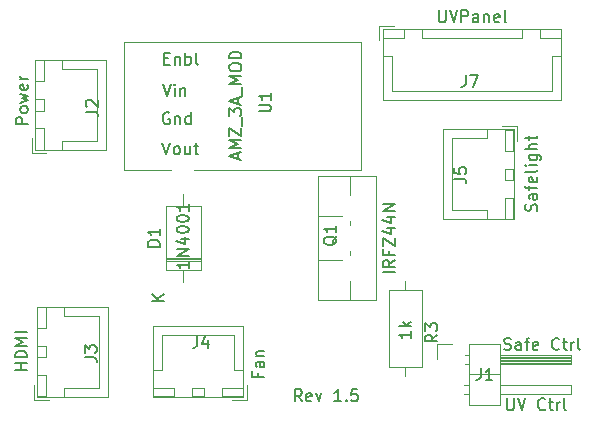
<source format=gbr>
%TF.GenerationSoftware,KiCad,Pcbnew,(5.1.8-0-10_14)*%
%TF.CreationDate,2022-01-02T22:10:03-05:00*%
%TF.ProjectId,Exposure-control,4578706f-7375-4726-952d-636f6e74726f,rev?*%
%TF.SameCoordinates,PX97fa40PY44b2ea0*%
%TF.FileFunction,Legend,Top*%
%TF.FilePolarity,Positive*%
%FSLAX46Y46*%
G04 Gerber Fmt 4.6, Leading zero omitted, Abs format (unit mm)*
G04 Created by KiCad (PCBNEW (5.1.8-0-10_14)) date 2022-01-02 22:10:03*
%MOMM*%
%LPD*%
G01*
G04 APERTURE LIST*
%ADD10C,0.150000*%
%ADD11C,0.120000*%
%ADD12O,2.000000X1.905000*%
%ADD13R,2.000000X1.905000*%
%ADD14O,1.700000X1.700000*%
%ADD15R,1.700000X1.700000*%
%ADD16O,2.000000X1.700000*%
%ADD17O,1.700000X2.000000*%
%ADD18O,1.700000X1.950000*%
%ADD19R,1.524000X1.524000*%
%ADD20O,2.200000X2.200000*%
%ADD21R,2.200000X2.200000*%
%ADD22C,1.600000*%
%ADD23O,1.600000X1.600000*%
G04 APERTURE END LIST*
D10*
X43159523Y5745239D02*
X43302380Y5697620D01*
X43540476Y5697620D01*
X43635714Y5745239D01*
X43683333Y5792858D01*
X43730952Y5888096D01*
X43730952Y5983334D01*
X43683333Y6078572D01*
X43635714Y6126191D01*
X43540476Y6173810D01*
X43350000Y6221429D01*
X43254761Y6269048D01*
X43207142Y6316667D01*
X43159523Y6411905D01*
X43159523Y6507143D01*
X43207142Y6602381D01*
X43254761Y6650000D01*
X43350000Y6697620D01*
X43588095Y6697620D01*
X43730952Y6650000D01*
X44588095Y5697620D02*
X44588095Y6221429D01*
X44540476Y6316667D01*
X44445238Y6364286D01*
X44254761Y6364286D01*
X44159523Y6316667D01*
X44588095Y5745239D02*
X44492857Y5697620D01*
X44254761Y5697620D01*
X44159523Y5745239D01*
X44111904Y5840477D01*
X44111904Y5935715D01*
X44159523Y6030953D01*
X44254761Y6078572D01*
X44492857Y6078572D01*
X44588095Y6126191D01*
X44921428Y6364286D02*
X45302380Y6364286D01*
X45064285Y5697620D02*
X45064285Y6554762D01*
X45111904Y6650000D01*
X45207142Y6697620D01*
X45302380Y6697620D01*
X46016666Y5745239D02*
X45921428Y5697620D01*
X45730952Y5697620D01*
X45635714Y5745239D01*
X45588095Y5840477D01*
X45588095Y6221429D01*
X45635714Y6316667D01*
X45730952Y6364286D01*
X45921428Y6364286D01*
X46016666Y6316667D01*
X46064285Y6221429D01*
X46064285Y6126191D01*
X45588095Y6030953D01*
X47826190Y5792858D02*
X47778571Y5745239D01*
X47635714Y5697620D01*
X47540476Y5697620D01*
X47397619Y5745239D01*
X47302380Y5840477D01*
X47254761Y5935715D01*
X47207142Y6126191D01*
X47207142Y6269048D01*
X47254761Y6459524D01*
X47302380Y6554762D01*
X47397619Y6650000D01*
X47540476Y6697620D01*
X47635714Y6697620D01*
X47778571Y6650000D01*
X47826190Y6602381D01*
X48111904Y6364286D02*
X48492857Y6364286D01*
X48254761Y6697620D02*
X48254761Y5840477D01*
X48302380Y5745239D01*
X48397619Y5697620D01*
X48492857Y5697620D01*
X48826190Y5697620D02*
X48826190Y6364286D01*
X48826190Y6173810D02*
X48873809Y6269048D01*
X48921428Y6316667D01*
X49016666Y6364286D01*
X49111904Y6364286D01*
X49588095Y5697620D02*
X49492857Y5745239D01*
X49445238Y5840477D01*
X49445238Y6697620D01*
X43397619Y1597620D02*
X43397619Y788096D01*
X43445238Y692858D01*
X43492857Y645239D01*
X43588095Y597620D01*
X43778571Y597620D01*
X43873809Y645239D01*
X43921428Y692858D01*
X43969047Y788096D01*
X43969047Y1597620D01*
X44302380Y1597620D02*
X44635714Y597620D01*
X44969047Y1597620D01*
X46635714Y692858D02*
X46588095Y645239D01*
X46445238Y597620D01*
X46349999Y597620D01*
X46207142Y645239D01*
X46111904Y740477D01*
X46064285Y835715D01*
X46016666Y1026191D01*
X46016666Y1169048D01*
X46064285Y1359524D01*
X46111904Y1454762D01*
X46207142Y1550000D01*
X46349999Y1597620D01*
X46445238Y1597620D01*
X46588095Y1550000D01*
X46635714Y1502381D01*
X46921428Y1264286D02*
X47302380Y1264286D01*
X47064285Y1597620D02*
X47064285Y740477D01*
X47111904Y645239D01*
X47207142Y597620D01*
X47302380Y597620D01*
X47635714Y597620D02*
X47635714Y1264286D01*
X47635714Y1073810D02*
X47683333Y1169048D01*
X47730952Y1216667D01*
X47826190Y1264286D01*
X47921428Y1264286D01*
X48397619Y597620D02*
X48302380Y645239D01*
X48254761Y740477D01*
X48254761Y1597620D01*
X26028571Y1347620D02*
X25695238Y1823810D01*
X25457142Y1347620D02*
X25457142Y2347620D01*
X25838095Y2347620D01*
X25933333Y2300000D01*
X25980952Y2252381D01*
X26028571Y2157143D01*
X26028571Y2014286D01*
X25980952Y1919048D01*
X25933333Y1871429D01*
X25838095Y1823810D01*
X25457142Y1823810D01*
X26838095Y1395239D02*
X26742857Y1347620D01*
X26552380Y1347620D01*
X26457142Y1395239D01*
X26409523Y1490477D01*
X26409523Y1871429D01*
X26457142Y1966667D01*
X26552380Y2014286D01*
X26742857Y2014286D01*
X26838095Y1966667D01*
X26885714Y1871429D01*
X26885714Y1776191D01*
X26409523Y1680953D01*
X27219047Y2014286D02*
X27457142Y1347620D01*
X27695238Y2014286D01*
X29361904Y1347620D02*
X28790476Y1347620D01*
X29076190Y1347620D02*
X29076190Y2347620D01*
X28980952Y2204762D01*
X28885714Y2109524D01*
X28790476Y2061905D01*
X29790476Y1442858D02*
X29838095Y1395239D01*
X29790476Y1347620D01*
X29742857Y1395239D01*
X29790476Y1442858D01*
X29790476Y1347620D01*
X30742857Y2347620D02*
X30266666Y2347620D01*
X30219047Y1871429D01*
X30266666Y1919048D01*
X30361904Y1966667D01*
X30600000Y1966667D01*
X30695238Y1919048D01*
X30742857Y1871429D01*
X30790476Y1776191D01*
X30790476Y1538096D01*
X30742857Y1442858D01*
X30695238Y1395239D01*
X30600000Y1347620D01*
X30361904Y1347620D01*
X30266666Y1395239D01*
X30219047Y1442858D01*
D11*
%TO.C,Q1*%
X27382000Y9890000D02*
X27382000Y20390000D01*
X32323000Y9890000D02*
X32323000Y20390000D01*
X27382000Y9890000D02*
X32323000Y9890000D01*
X27382000Y20390000D02*
X32323000Y20390000D01*
X30142000Y9890000D02*
X30142000Y11497000D01*
X30142000Y13703000D02*
X30142000Y14038000D01*
X30142000Y16243000D02*
X30142000Y16578000D01*
X30142000Y18783000D02*
X30142000Y20390000D01*
X27382000Y13290000D02*
X29400000Y13290000D01*
X27382000Y16991000D02*
X29400000Y16991000D01*
%TO.C,J1*%
X40190000Y6230000D02*
X40190000Y1030000D01*
X40190000Y1030000D02*
X42850000Y1030000D01*
X42850000Y1030000D02*
X42850000Y6230000D01*
X42850000Y6230000D02*
X40190000Y6230000D01*
X42850000Y5280000D02*
X48850000Y5280000D01*
X48850000Y5280000D02*
X48850000Y4520000D01*
X48850000Y4520000D02*
X42850000Y4520000D01*
X42850000Y5220000D02*
X48850000Y5220000D01*
X42850000Y5100000D02*
X48850000Y5100000D01*
X42850000Y4980000D02*
X48850000Y4980000D01*
X42850000Y4860000D02*
X48850000Y4860000D01*
X42850000Y4740000D02*
X48850000Y4740000D01*
X42850000Y4620000D02*
X48850000Y4620000D01*
X39860000Y5280000D02*
X40190000Y5280000D01*
X39860000Y4520000D02*
X40190000Y4520000D01*
X40190000Y3630000D02*
X42850000Y3630000D01*
X42850000Y2740000D02*
X48850000Y2740000D01*
X48850000Y2740000D02*
X48850000Y1980000D01*
X48850000Y1980000D02*
X42850000Y1980000D01*
X39792929Y2740000D02*
X40190000Y2740000D01*
X39792929Y1980000D02*
X40190000Y1980000D01*
X37480000Y4900000D02*
X37480000Y6170000D01*
X37480000Y6170000D02*
X38750000Y6170000D01*
%TO.C,J5*%
X43960000Y24360000D02*
X37990000Y24360000D01*
X37990000Y24360000D02*
X37990000Y16740000D01*
X37990000Y16740000D02*
X43960000Y16740000D01*
X43960000Y16740000D02*
X43960000Y24360000D01*
X43950000Y21050000D02*
X43200000Y21050000D01*
X43200000Y21050000D02*
X43200000Y20050000D01*
X43200000Y20050000D02*
X43950000Y20050000D01*
X43950000Y20050000D02*
X43950000Y21050000D01*
X43950000Y24350000D02*
X43200000Y24350000D01*
X43200000Y24350000D02*
X43200000Y22550000D01*
X43200000Y22550000D02*
X43950000Y22550000D01*
X43950000Y22550000D02*
X43950000Y24350000D01*
X43950000Y18550000D02*
X43200000Y18550000D01*
X43200000Y18550000D02*
X43200000Y16750000D01*
X43200000Y16750000D02*
X43950000Y16750000D01*
X43950000Y16750000D02*
X43950000Y18550000D01*
X41700000Y24350000D02*
X41700000Y23600000D01*
X41700000Y23600000D02*
X38750000Y23600000D01*
X38750000Y23600000D02*
X38750000Y20550000D01*
X41700000Y16750000D02*
X41700000Y17500000D01*
X41700000Y17500000D02*
X38750000Y17500000D01*
X38750000Y17500000D02*
X38750000Y20550000D01*
X44250000Y23400000D02*
X44250000Y24650000D01*
X44250000Y24650000D02*
X43000000Y24650000D01*
%TO.C,J4*%
X21060000Y1740000D02*
X21060000Y7710000D01*
X21060000Y7710000D02*
X13440000Y7710000D01*
X13440000Y7710000D02*
X13440000Y1740000D01*
X13440000Y1740000D02*
X21060000Y1740000D01*
X17750000Y1750000D02*
X17750000Y2500000D01*
X17750000Y2500000D02*
X16750000Y2500000D01*
X16750000Y2500000D02*
X16750000Y1750000D01*
X16750000Y1750000D02*
X17750000Y1750000D01*
X21050000Y1750000D02*
X21050000Y2500000D01*
X21050000Y2500000D02*
X19250000Y2500000D01*
X19250000Y2500000D02*
X19250000Y1750000D01*
X19250000Y1750000D02*
X21050000Y1750000D01*
X15250000Y1750000D02*
X15250000Y2500000D01*
X15250000Y2500000D02*
X13450000Y2500000D01*
X13450000Y2500000D02*
X13450000Y1750000D01*
X13450000Y1750000D02*
X15250000Y1750000D01*
X21050000Y4000000D02*
X20300000Y4000000D01*
X20300000Y4000000D02*
X20300000Y6950000D01*
X20300000Y6950000D02*
X17250000Y6950000D01*
X13450000Y4000000D02*
X14200000Y4000000D01*
X14200000Y4000000D02*
X14200000Y6950000D01*
X14200000Y6950000D02*
X17250000Y6950000D01*
X20100000Y1450000D02*
X21350000Y1450000D01*
X21350000Y1450000D02*
X21350000Y2700000D01*
%TO.C,J3*%
X3640000Y1740000D02*
X9610000Y1740000D01*
X9610000Y1740000D02*
X9610000Y9360000D01*
X9610000Y9360000D02*
X3640000Y9360000D01*
X3640000Y9360000D02*
X3640000Y1740000D01*
X3650000Y5050000D02*
X4400000Y5050000D01*
X4400000Y5050000D02*
X4400000Y6050000D01*
X4400000Y6050000D02*
X3650000Y6050000D01*
X3650000Y6050000D02*
X3650000Y5050000D01*
X3650000Y1750000D02*
X4400000Y1750000D01*
X4400000Y1750000D02*
X4400000Y3550000D01*
X4400000Y3550000D02*
X3650000Y3550000D01*
X3650000Y3550000D02*
X3650000Y1750000D01*
X3650000Y7550000D02*
X4400000Y7550000D01*
X4400000Y7550000D02*
X4400000Y9350000D01*
X4400000Y9350000D02*
X3650000Y9350000D01*
X3650000Y9350000D02*
X3650000Y7550000D01*
X5900000Y1750000D02*
X5900000Y2500000D01*
X5900000Y2500000D02*
X8850000Y2500000D01*
X8850000Y2500000D02*
X8850000Y5550000D01*
X5900000Y9350000D02*
X5900000Y8600000D01*
X5900000Y8600000D02*
X8850000Y8600000D01*
X8850000Y8600000D02*
X8850000Y5550000D01*
X3350000Y2700000D02*
X3350000Y1450000D01*
X3350000Y1450000D02*
X4600000Y1450000D01*
%TO.C,J2*%
X3150000Y22350000D02*
X4400000Y22350000D01*
X3150000Y23600000D02*
X3150000Y22350000D01*
X8650000Y29500000D02*
X8650000Y26450000D01*
X5700000Y29500000D02*
X8650000Y29500000D01*
X5700000Y30250000D02*
X5700000Y29500000D01*
X8650000Y23400000D02*
X8650000Y26450000D01*
X5700000Y23400000D02*
X8650000Y23400000D01*
X5700000Y22650000D02*
X5700000Y23400000D01*
X3450000Y30250000D02*
X3450000Y28450000D01*
X4200000Y30250000D02*
X3450000Y30250000D01*
X4200000Y28450000D02*
X4200000Y30250000D01*
X3450000Y28450000D02*
X4200000Y28450000D01*
X3450000Y24450000D02*
X3450000Y22650000D01*
X4200000Y24450000D02*
X3450000Y24450000D01*
X4200000Y22650000D02*
X4200000Y24450000D01*
X3450000Y22650000D02*
X4200000Y22650000D01*
X3450000Y26950000D02*
X3450000Y25950000D01*
X4200000Y26950000D02*
X3450000Y26950000D01*
X4200000Y25950000D02*
X4200000Y26950000D01*
X3450000Y25950000D02*
X4200000Y25950000D01*
X3440000Y30260000D02*
X3440000Y22640000D01*
X9410000Y30260000D02*
X3440000Y30260000D01*
X9410000Y22640000D02*
X9410000Y30260000D01*
X3440000Y22640000D02*
X9410000Y22640000D01*
%TO.C,J7*%
X32600000Y33150000D02*
X32600000Y31900000D01*
X33850000Y33150000D02*
X32600000Y33150000D01*
X47250000Y27650000D02*
X40450000Y27650000D01*
X47250000Y30600000D02*
X47250000Y27650000D01*
X48000000Y30600000D02*
X47250000Y30600000D01*
X33650000Y27650000D02*
X40450000Y27650000D01*
X33650000Y30600000D02*
X33650000Y27650000D01*
X32900000Y30600000D02*
X33650000Y30600000D01*
X48000000Y32850000D02*
X46200000Y32850000D01*
X48000000Y32100000D02*
X48000000Y32850000D01*
X46200000Y32100000D02*
X48000000Y32100000D01*
X46200000Y32850000D02*
X46200000Y32100000D01*
X34700000Y32850000D02*
X32900000Y32850000D01*
X34700000Y32100000D02*
X34700000Y32850000D01*
X32900000Y32100000D02*
X34700000Y32100000D01*
X32900000Y32850000D02*
X32900000Y32100000D01*
X44700000Y32850000D02*
X36200000Y32850000D01*
X44700000Y32100000D02*
X44700000Y32850000D01*
X36200000Y32100000D02*
X44700000Y32100000D01*
X36200000Y32850000D02*
X36200000Y32100000D01*
X48010000Y32860000D02*
X32890000Y32860000D01*
X48010000Y26890000D02*
X48010000Y32860000D01*
X32890000Y26890000D02*
X48010000Y26890000D01*
X32890000Y32860000D02*
X32890000Y26890000D01*
%TO.C,U1*%
X11000000Y20950000D02*
X11000000Y31800000D01*
X11000000Y31800000D02*
X31000000Y31800000D01*
X31000000Y31800000D02*
X31000000Y20950000D01*
X31000000Y20950000D02*
X11000000Y20950000D01*
%TO.C,D1*%
X14530000Y12460000D02*
X17470000Y12460000D01*
X17470000Y12460000D02*
X17470000Y17900000D01*
X17470000Y17900000D02*
X14530000Y17900000D01*
X14530000Y17900000D02*
X14530000Y12460000D01*
X16000000Y11440000D02*
X16000000Y12460000D01*
X16000000Y18920000D02*
X16000000Y17900000D01*
X14530000Y13360000D02*
X17470000Y13360000D01*
X14530000Y13480000D02*
X17470000Y13480000D01*
X14530000Y13240000D02*
X17470000Y13240000D01*
%TO.C,R3*%
X34800000Y11520000D02*
X34800000Y10750000D01*
X34800000Y3440000D02*
X34800000Y4210000D01*
X33430000Y10750000D02*
X33430000Y4210000D01*
X36170000Y10750000D02*
X33430000Y10750000D01*
X36170000Y4210000D02*
X36170000Y10750000D01*
X33430000Y4210000D02*
X36170000Y4210000D01*
%TO.C,Q1*%
D10*
X28997619Y15304762D02*
X28950000Y15209524D01*
X28854761Y15114286D01*
X28711904Y14971429D01*
X28664285Y14876191D01*
X28664285Y14780953D01*
X28902380Y14828572D02*
X28854761Y14733334D01*
X28759523Y14638096D01*
X28569047Y14590477D01*
X28235714Y14590477D01*
X28045238Y14638096D01*
X27950000Y14733334D01*
X27902380Y14828572D01*
X27902380Y15019048D01*
X27950000Y15114286D01*
X28045238Y15209524D01*
X28235714Y15257143D01*
X28569047Y15257143D01*
X28759523Y15209524D01*
X28854761Y15114286D01*
X28902380Y15019048D01*
X28902380Y14828572D01*
X28902380Y16209524D02*
X28902380Y15638096D01*
X28902380Y15923810D02*
X27902380Y15923810D01*
X28045238Y15828572D01*
X28140476Y15733334D01*
X28188095Y15638096D01*
X33904880Y12259048D02*
X32904880Y12259048D01*
X33904880Y13306667D02*
X33428690Y12973334D01*
X33904880Y12735239D02*
X32904880Y12735239D01*
X32904880Y13116191D01*
X32952500Y13211429D01*
X33000119Y13259048D01*
X33095357Y13306667D01*
X33238214Y13306667D01*
X33333452Y13259048D01*
X33381071Y13211429D01*
X33428690Y13116191D01*
X33428690Y12735239D01*
X33381071Y14068572D02*
X33381071Y13735239D01*
X33904880Y13735239D02*
X32904880Y13735239D01*
X32904880Y14211429D01*
X32904880Y14497143D02*
X32904880Y15163810D01*
X33904880Y14497143D01*
X33904880Y15163810D01*
X33238214Y15973334D02*
X33904880Y15973334D01*
X32857261Y15735239D02*
X33571547Y15497143D01*
X33571547Y16116191D01*
X33238214Y16925715D02*
X33904880Y16925715D01*
X32857261Y16687620D02*
X33571547Y16449524D01*
X33571547Y17068572D01*
X33904880Y17449524D02*
X32904880Y17449524D01*
X33904880Y18020953D01*
X32904880Y18020953D01*
%TO.C,J1*%
X41166666Y4147620D02*
X41166666Y3433334D01*
X41119047Y3290477D01*
X41023809Y3195239D01*
X40880952Y3147620D01*
X40785714Y3147620D01*
X42166666Y3147620D02*
X41595238Y3147620D01*
X41880952Y3147620D02*
X41880952Y4147620D01*
X41785714Y4004762D01*
X41690476Y3909524D01*
X41595238Y3861905D01*
%TO.C,J5*%
X38952380Y20166667D02*
X39666666Y20166667D01*
X39809523Y20119048D01*
X39904761Y20023810D01*
X39952380Y19880953D01*
X39952380Y19785715D01*
X38952380Y21119048D02*
X38952380Y20642858D01*
X39428571Y20595239D01*
X39380952Y20642858D01*
X39333333Y20738096D01*
X39333333Y20976191D01*
X39380952Y21071429D01*
X39428571Y21119048D01*
X39523809Y21166667D01*
X39761904Y21166667D01*
X39857142Y21119048D01*
X39904761Y21071429D01*
X39952380Y20976191D01*
X39952380Y20738096D01*
X39904761Y20642858D01*
X39857142Y20595239D01*
X45904761Y17457143D02*
X45952380Y17600000D01*
X45952380Y17838096D01*
X45904761Y17933334D01*
X45857142Y17980953D01*
X45761904Y18028572D01*
X45666666Y18028572D01*
X45571428Y17980953D01*
X45523809Y17933334D01*
X45476190Y17838096D01*
X45428571Y17647620D01*
X45380952Y17552381D01*
X45333333Y17504762D01*
X45238095Y17457143D01*
X45142857Y17457143D01*
X45047619Y17504762D01*
X45000000Y17552381D01*
X44952380Y17647620D01*
X44952380Y17885715D01*
X45000000Y18028572D01*
X45952380Y18885715D02*
X45428571Y18885715D01*
X45333333Y18838096D01*
X45285714Y18742858D01*
X45285714Y18552381D01*
X45333333Y18457143D01*
X45904761Y18885715D02*
X45952380Y18790477D01*
X45952380Y18552381D01*
X45904761Y18457143D01*
X45809523Y18409524D01*
X45714285Y18409524D01*
X45619047Y18457143D01*
X45571428Y18552381D01*
X45571428Y18790477D01*
X45523809Y18885715D01*
X45285714Y19219048D02*
X45285714Y19600000D01*
X45952380Y19361905D02*
X45095238Y19361905D01*
X45000000Y19409524D01*
X44952380Y19504762D01*
X44952380Y19600000D01*
X45904761Y20314286D02*
X45952380Y20219048D01*
X45952380Y20028572D01*
X45904761Y19933334D01*
X45809523Y19885715D01*
X45428571Y19885715D01*
X45333333Y19933334D01*
X45285714Y20028572D01*
X45285714Y20219048D01*
X45333333Y20314286D01*
X45428571Y20361905D01*
X45523809Y20361905D01*
X45619047Y19885715D01*
X45952380Y20933334D02*
X45904761Y20838096D01*
X45809523Y20790477D01*
X44952380Y20790477D01*
X45952380Y21314286D02*
X45285714Y21314286D01*
X44952380Y21314286D02*
X45000000Y21266667D01*
X45047619Y21314286D01*
X45000000Y21361905D01*
X44952380Y21314286D01*
X45047619Y21314286D01*
X45285714Y22219048D02*
X46095238Y22219048D01*
X46190476Y22171429D01*
X46238095Y22123810D01*
X46285714Y22028572D01*
X46285714Y21885715D01*
X46238095Y21790477D01*
X45904761Y22219048D02*
X45952380Y22123810D01*
X45952380Y21933334D01*
X45904761Y21838096D01*
X45857142Y21790477D01*
X45761904Y21742858D01*
X45476190Y21742858D01*
X45380952Y21790477D01*
X45333333Y21838096D01*
X45285714Y21933334D01*
X45285714Y22123810D01*
X45333333Y22219048D01*
X45952380Y22695239D02*
X44952380Y22695239D01*
X45952380Y23123810D02*
X45428571Y23123810D01*
X45333333Y23076191D01*
X45285714Y22980953D01*
X45285714Y22838096D01*
X45333333Y22742858D01*
X45380952Y22695239D01*
X45285714Y23457143D02*
X45285714Y23838096D01*
X44952380Y23600000D02*
X45809523Y23600000D01*
X45904761Y23647620D01*
X45952380Y23742858D01*
X45952380Y23838096D01*
%TO.C,J4*%
X17166666Y6847620D02*
X17166666Y6133334D01*
X17119047Y5990477D01*
X17023809Y5895239D01*
X16880952Y5847620D01*
X16785714Y5847620D01*
X18071428Y6514286D02*
X18071428Y5847620D01*
X17833333Y6895239D02*
X17595238Y6180953D01*
X18214285Y6180953D01*
X22328571Y3738096D02*
X22328571Y3404762D01*
X22852380Y3404762D02*
X21852380Y3404762D01*
X21852380Y3880953D01*
X22852380Y4690477D02*
X22328571Y4690477D01*
X22233333Y4642858D01*
X22185714Y4547620D01*
X22185714Y4357143D01*
X22233333Y4261905D01*
X22804761Y4690477D02*
X22852380Y4595239D01*
X22852380Y4357143D01*
X22804761Y4261905D01*
X22709523Y4214286D01*
X22614285Y4214286D01*
X22519047Y4261905D01*
X22471428Y4357143D01*
X22471428Y4595239D01*
X22423809Y4690477D01*
X22185714Y5166667D02*
X22852380Y5166667D01*
X22280952Y5166667D02*
X22233333Y5214286D01*
X22185714Y5309524D01*
X22185714Y5452381D01*
X22233333Y5547620D01*
X22328571Y5595239D01*
X22852380Y5595239D01*
%TO.C,J3*%
X7652380Y5066667D02*
X8366666Y5066667D01*
X8509523Y5019048D01*
X8604761Y4923810D01*
X8652380Y4780953D01*
X8652380Y4685715D01*
X7652380Y5447620D02*
X7652380Y6066667D01*
X8033333Y5733334D01*
X8033333Y5876191D01*
X8080952Y5971429D01*
X8128571Y6019048D01*
X8223809Y6066667D01*
X8461904Y6066667D01*
X8557142Y6019048D01*
X8604761Y5971429D01*
X8652380Y5876191D01*
X8652380Y5590477D01*
X8604761Y5495239D01*
X8557142Y5447620D01*
X2752380Y4004762D02*
X1752380Y4004762D01*
X2228571Y4004762D02*
X2228571Y4576191D01*
X2752380Y4576191D02*
X1752380Y4576191D01*
X2752380Y5052381D02*
X1752380Y5052381D01*
X1752380Y5290477D01*
X1800000Y5433334D01*
X1895238Y5528572D01*
X1990476Y5576191D01*
X2180952Y5623810D01*
X2323809Y5623810D01*
X2514285Y5576191D01*
X2609523Y5528572D01*
X2704761Y5433334D01*
X2752380Y5290477D01*
X2752380Y5052381D01*
X2752380Y6052381D02*
X1752380Y6052381D01*
X2466666Y6385715D01*
X1752380Y6719048D01*
X2752380Y6719048D01*
X2752380Y7195239D02*
X1752380Y7195239D01*
%TO.C,J2*%
X7752380Y25866667D02*
X8466666Y25866667D01*
X8609523Y25819048D01*
X8704761Y25723810D01*
X8752380Y25580953D01*
X8752380Y25485715D01*
X7847619Y26295239D02*
X7800000Y26342858D01*
X7752380Y26438096D01*
X7752380Y26676191D01*
X7800000Y26771429D01*
X7847619Y26819048D01*
X7942857Y26866667D01*
X8038095Y26866667D01*
X8180952Y26819048D01*
X8752380Y26247620D01*
X8752380Y26866667D01*
X2852380Y24823810D02*
X1852380Y24823810D01*
X1852380Y25204762D01*
X1900000Y25300000D01*
X1947619Y25347620D01*
X2042857Y25395239D01*
X2185714Y25395239D01*
X2280952Y25347620D01*
X2328571Y25300000D01*
X2376190Y25204762D01*
X2376190Y24823810D01*
X2852380Y25966667D02*
X2804761Y25871429D01*
X2757142Y25823810D01*
X2661904Y25776191D01*
X2376190Y25776191D01*
X2280952Y25823810D01*
X2233333Y25871429D01*
X2185714Y25966667D01*
X2185714Y26109524D01*
X2233333Y26204762D01*
X2280952Y26252381D01*
X2376190Y26300000D01*
X2661904Y26300000D01*
X2757142Y26252381D01*
X2804761Y26204762D01*
X2852380Y26109524D01*
X2852380Y25966667D01*
X2185714Y26633334D02*
X2852380Y26823810D01*
X2376190Y27014286D01*
X2852380Y27204762D01*
X2185714Y27395239D01*
X2804761Y28157143D02*
X2852380Y28061905D01*
X2852380Y27871429D01*
X2804761Y27776191D01*
X2709523Y27728572D01*
X2328571Y27728572D01*
X2233333Y27776191D01*
X2185714Y27871429D01*
X2185714Y28061905D01*
X2233333Y28157143D01*
X2328571Y28204762D01*
X2423809Y28204762D01*
X2519047Y27728572D01*
X2852380Y28633334D02*
X2185714Y28633334D01*
X2376190Y28633334D02*
X2280952Y28680953D01*
X2233333Y28728572D01*
X2185714Y28823810D01*
X2185714Y28919048D01*
%TO.C,J7*%
X39916666Y28947620D02*
X39916666Y28233334D01*
X39869047Y28090477D01*
X39773809Y27995239D01*
X39630952Y27947620D01*
X39535714Y27947620D01*
X40297619Y28947620D02*
X40964285Y28947620D01*
X40535714Y27947620D01*
X37640476Y34447620D02*
X37640476Y33638096D01*
X37688095Y33542858D01*
X37735714Y33495239D01*
X37830952Y33447620D01*
X38021428Y33447620D01*
X38116666Y33495239D01*
X38164285Y33542858D01*
X38211904Y33638096D01*
X38211904Y34447620D01*
X38545238Y34447620D02*
X38878571Y33447620D01*
X39211904Y34447620D01*
X39545238Y33447620D02*
X39545238Y34447620D01*
X39926190Y34447620D01*
X40021428Y34400000D01*
X40069047Y34352381D01*
X40116666Y34257143D01*
X40116666Y34114286D01*
X40069047Y34019048D01*
X40021428Y33971429D01*
X39926190Y33923810D01*
X39545238Y33923810D01*
X40973809Y33447620D02*
X40973809Y33971429D01*
X40926190Y34066667D01*
X40830952Y34114286D01*
X40640476Y34114286D01*
X40545238Y34066667D01*
X40973809Y33495239D02*
X40878571Y33447620D01*
X40640476Y33447620D01*
X40545238Y33495239D01*
X40497619Y33590477D01*
X40497619Y33685715D01*
X40545238Y33780953D01*
X40640476Y33828572D01*
X40878571Y33828572D01*
X40973809Y33876191D01*
X41450000Y34114286D02*
X41450000Y33447620D01*
X41450000Y34019048D02*
X41497619Y34066667D01*
X41592857Y34114286D01*
X41735714Y34114286D01*
X41830952Y34066667D01*
X41878571Y33971429D01*
X41878571Y33447620D01*
X42735714Y33495239D02*
X42640476Y33447620D01*
X42450000Y33447620D01*
X42354761Y33495239D01*
X42307142Y33590477D01*
X42307142Y33971429D01*
X42354761Y34066667D01*
X42450000Y34114286D01*
X42640476Y34114286D01*
X42735714Y34066667D01*
X42783333Y33971429D01*
X42783333Y33876191D01*
X42307142Y33780953D01*
X43354761Y33447620D02*
X43259523Y33495239D01*
X43211904Y33590477D01*
X43211904Y34447620D01*
%TO.C,U1*%
X22402380Y25888096D02*
X23211904Y25888096D01*
X23307142Y25935715D01*
X23354761Y25983334D01*
X23402380Y26078572D01*
X23402380Y26269048D01*
X23354761Y26364286D01*
X23307142Y26411905D01*
X23211904Y26459524D01*
X22402380Y26459524D01*
X23402380Y27459524D02*
X23402380Y26888096D01*
X23402380Y27173810D02*
X22402380Y27173810D01*
X22545238Y27078572D01*
X22640476Y26983334D01*
X22688095Y26888096D01*
X20616666Y21852381D02*
X20616666Y22328572D01*
X20902380Y21757143D02*
X19902380Y22090477D01*
X20902380Y22423810D01*
X20902380Y22757143D02*
X19902380Y22757143D01*
X20616666Y23090477D01*
X19902380Y23423810D01*
X20902380Y23423810D01*
X19902380Y23804762D02*
X19902380Y24471429D01*
X20902380Y23804762D01*
X20902380Y24471429D01*
X20997619Y24614286D02*
X20997619Y25376191D01*
X19902380Y25519048D02*
X19902380Y26138096D01*
X20283333Y25804762D01*
X20283333Y25947620D01*
X20330952Y26042858D01*
X20378571Y26090477D01*
X20473809Y26138096D01*
X20711904Y26138096D01*
X20807142Y26090477D01*
X20854761Y26042858D01*
X20902380Y25947620D01*
X20902380Y25661905D01*
X20854761Y25566667D01*
X20807142Y25519048D01*
X20616666Y26519048D02*
X20616666Y26995239D01*
X20902380Y26423810D02*
X19902380Y26757143D01*
X20902380Y27090477D01*
X20997619Y27185715D02*
X20997619Y27947620D01*
X20902380Y28185715D02*
X19902380Y28185715D01*
X20616666Y28519048D01*
X19902380Y28852381D01*
X20902380Y28852381D01*
X19902380Y29519048D02*
X19902380Y29709524D01*
X19950000Y29804762D01*
X20045238Y29900000D01*
X20235714Y29947620D01*
X20569047Y29947620D01*
X20759523Y29900000D01*
X20854761Y29804762D01*
X20902380Y29709524D01*
X20902380Y29519048D01*
X20854761Y29423810D01*
X20759523Y29328572D01*
X20569047Y29280953D01*
X20235714Y29280953D01*
X20045238Y29328572D01*
X19950000Y29423810D01*
X19902380Y29519048D01*
X20902380Y30376191D02*
X19902380Y30376191D01*
X19902380Y30614286D01*
X19950000Y30757143D01*
X20045238Y30852381D01*
X20140476Y30900000D01*
X20330952Y30947620D01*
X20473809Y30947620D01*
X20664285Y30900000D01*
X20759523Y30852381D01*
X20854761Y30757143D01*
X20902380Y30614286D01*
X20902380Y30376191D01*
X14369047Y30371429D02*
X14702380Y30371429D01*
X14845238Y29847620D02*
X14369047Y29847620D01*
X14369047Y30847620D01*
X14845238Y30847620D01*
X15273809Y30514286D02*
X15273809Y29847620D01*
X15273809Y30419048D02*
X15321428Y30466667D01*
X15416666Y30514286D01*
X15559523Y30514286D01*
X15654761Y30466667D01*
X15702380Y30371429D01*
X15702380Y29847620D01*
X16178571Y29847620D02*
X16178571Y30847620D01*
X16178571Y30466667D02*
X16273809Y30514286D01*
X16464285Y30514286D01*
X16559523Y30466667D01*
X16607142Y30419048D01*
X16654761Y30323810D01*
X16654761Y30038096D01*
X16607142Y29942858D01*
X16559523Y29895239D01*
X16464285Y29847620D01*
X16273809Y29847620D01*
X16178571Y29895239D01*
X17226190Y29847620D02*
X17130952Y29895239D01*
X17083333Y29990477D01*
X17083333Y30847620D01*
X14276190Y28197620D02*
X14609523Y27197620D01*
X14942857Y28197620D01*
X15276190Y27197620D02*
X15276190Y27864286D01*
X15276190Y28197620D02*
X15228571Y28150000D01*
X15276190Y28102381D01*
X15323809Y28150000D01*
X15276190Y28197620D01*
X15276190Y28102381D01*
X15752380Y27864286D02*
X15752380Y27197620D01*
X15752380Y27769048D02*
X15800000Y27816667D01*
X15895238Y27864286D01*
X16038095Y27864286D01*
X16133333Y27816667D01*
X16180952Y27721429D01*
X16180952Y27197620D01*
X14807142Y25750000D02*
X14711904Y25797620D01*
X14569047Y25797620D01*
X14426190Y25750000D01*
X14330952Y25654762D01*
X14283333Y25559524D01*
X14235714Y25369048D01*
X14235714Y25226191D01*
X14283333Y25035715D01*
X14330952Y24940477D01*
X14426190Y24845239D01*
X14569047Y24797620D01*
X14664285Y24797620D01*
X14807142Y24845239D01*
X14854761Y24892858D01*
X14854761Y25226191D01*
X14664285Y25226191D01*
X15283333Y25464286D02*
X15283333Y24797620D01*
X15283333Y25369048D02*
X15330952Y25416667D01*
X15426190Y25464286D01*
X15569047Y25464286D01*
X15664285Y25416667D01*
X15711904Y25321429D01*
X15711904Y24797620D01*
X16616666Y24797620D02*
X16616666Y25797620D01*
X16616666Y24845239D02*
X16521428Y24797620D01*
X16330952Y24797620D01*
X16235714Y24845239D01*
X16188095Y24892858D01*
X16140476Y24988096D01*
X16140476Y25273810D01*
X16188095Y25369048D01*
X16235714Y25416667D01*
X16330952Y25464286D01*
X16521428Y25464286D01*
X16616666Y25416667D01*
X14226190Y23247620D02*
X14559523Y22247620D01*
X14892857Y23247620D01*
X15369047Y22247620D02*
X15273809Y22295239D01*
X15226190Y22342858D01*
X15178571Y22438096D01*
X15178571Y22723810D01*
X15226190Y22819048D01*
X15273809Y22866667D01*
X15369047Y22914286D01*
X15511904Y22914286D01*
X15607142Y22866667D01*
X15654761Y22819048D01*
X15702380Y22723810D01*
X15702380Y22438096D01*
X15654761Y22342858D01*
X15607142Y22295239D01*
X15511904Y22247620D01*
X15369047Y22247620D01*
X16559523Y22914286D02*
X16559523Y22247620D01*
X16130952Y22914286D02*
X16130952Y22390477D01*
X16178571Y22295239D01*
X16273809Y22247620D01*
X16416666Y22247620D01*
X16511904Y22295239D01*
X16559523Y22342858D01*
X16892857Y22914286D02*
X17273809Y22914286D01*
X17035714Y23247620D02*
X17035714Y22390477D01*
X17083333Y22295239D01*
X17178571Y22247620D01*
X17273809Y22247620D01*
%TO.C,D1*%
X13982380Y14441905D02*
X12982380Y14441905D01*
X12982380Y14680000D01*
X13030000Y14822858D01*
X13125238Y14918096D01*
X13220476Y14965715D01*
X13410952Y15013334D01*
X13553809Y15013334D01*
X13744285Y14965715D01*
X13839523Y14918096D01*
X13934761Y14822858D01*
X13982380Y14680000D01*
X13982380Y14441905D01*
X13982380Y15965715D02*
X13982380Y15394286D01*
X13982380Y15680000D02*
X12982380Y15680000D01*
X13125238Y15584762D01*
X13220476Y15489524D01*
X13268095Y15394286D01*
X16452380Y13207143D02*
X16452380Y12635715D01*
X16452380Y12921429D02*
X15452380Y12921429D01*
X15595238Y12826191D01*
X15690476Y12730953D01*
X15738095Y12635715D01*
X16452380Y13635715D02*
X15452380Y13635715D01*
X16452380Y14207143D01*
X15452380Y14207143D01*
X15785714Y15111905D02*
X16452380Y15111905D01*
X15404761Y14873810D02*
X16119047Y14635715D01*
X16119047Y15254762D01*
X15452380Y15826191D02*
X15452380Y15921429D01*
X15500000Y16016667D01*
X15547619Y16064286D01*
X15642857Y16111905D01*
X15833333Y16159524D01*
X16071428Y16159524D01*
X16261904Y16111905D01*
X16357142Y16064286D01*
X16404761Y16016667D01*
X16452380Y15921429D01*
X16452380Y15826191D01*
X16404761Y15730953D01*
X16357142Y15683334D01*
X16261904Y15635715D01*
X16071428Y15588096D01*
X15833333Y15588096D01*
X15642857Y15635715D01*
X15547619Y15683334D01*
X15500000Y15730953D01*
X15452380Y15826191D01*
X15452380Y16778572D02*
X15452380Y16873810D01*
X15500000Y16969048D01*
X15547619Y17016667D01*
X15642857Y17064286D01*
X15833333Y17111905D01*
X16071428Y17111905D01*
X16261904Y17064286D01*
X16357142Y17016667D01*
X16404761Y16969048D01*
X16452380Y16873810D01*
X16452380Y16778572D01*
X16404761Y16683334D01*
X16357142Y16635715D01*
X16261904Y16588096D01*
X16071428Y16540477D01*
X15833333Y16540477D01*
X15642857Y16588096D01*
X15547619Y16635715D01*
X15500000Y16683334D01*
X15452380Y16778572D01*
X16452380Y18064286D02*
X16452380Y17492858D01*
X16452380Y17778572D02*
X15452380Y17778572D01*
X15595238Y17683334D01*
X15690476Y17588096D01*
X15738095Y17492858D01*
X14352380Y9838096D02*
X13352380Y9838096D01*
X14352380Y10409524D02*
X13780952Y9980953D01*
X13352380Y10409524D02*
X13923809Y9838096D01*
%TO.C,R3*%
X37502380Y6983334D02*
X37026190Y6650000D01*
X37502380Y6411905D02*
X36502380Y6411905D01*
X36502380Y6792858D01*
X36550000Y6888096D01*
X36597619Y6935715D01*
X36692857Y6983334D01*
X36835714Y6983334D01*
X36930952Y6935715D01*
X36978571Y6888096D01*
X37026190Y6792858D01*
X37026190Y6411905D01*
X36502380Y7316667D02*
X36502380Y7935715D01*
X36883333Y7602381D01*
X36883333Y7745239D01*
X36930952Y7840477D01*
X36978571Y7888096D01*
X37073809Y7935715D01*
X37311904Y7935715D01*
X37407142Y7888096D01*
X37454761Y7840477D01*
X37502380Y7745239D01*
X37502380Y7459524D01*
X37454761Y7364286D01*
X37407142Y7316667D01*
X35252380Y7280953D02*
X35252380Y6709524D01*
X35252380Y6995239D02*
X34252380Y6995239D01*
X34395238Y6900000D01*
X34490476Y6804762D01*
X34538095Y6709524D01*
X35252380Y7709524D02*
X34252380Y7709524D01*
X34871428Y7804762D02*
X35252380Y8090477D01*
X34585714Y8090477D02*
X34966666Y7709524D01*
%TD*%
%LPC*%
D12*
%TO.C,Q1*%
X30550000Y17680000D03*
X30550000Y15140000D03*
D13*
X30550000Y12600000D03*
%TD*%
D14*
%TO.C,J1*%
X38750000Y2360000D03*
D15*
X38750000Y4900000D03*
%TD*%
D16*
%TO.C,J5*%
X41500000Y19300000D03*
G36*
G01*
X40750000Y22650000D02*
X42250000Y22650000D01*
G75*
G02*
X42500000Y22400000I0J-250000D01*
G01*
X42500000Y21200000D01*
G75*
G02*
X42250000Y20950000I-250000J0D01*
G01*
X40750000Y20950000D01*
G75*
G02*
X40500000Y21200000I0J250000D01*
G01*
X40500000Y22400000D01*
G75*
G02*
X40750000Y22650000I250000J0D01*
G01*
G37*
%TD*%
D17*
%TO.C,J4*%
X16000000Y4200000D03*
G36*
G01*
X19350000Y4950000D02*
X19350000Y3450000D01*
G75*
G02*
X19100000Y3200000I-250000J0D01*
G01*
X17900000Y3200000D01*
G75*
G02*
X17650000Y3450000I0J250000D01*
G01*
X17650000Y4950000D01*
G75*
G02*
X17900000Y5200000I250000J0D01*
G01*
X19100000Y5200000D01*
G75*
G02*
X19350000Y4950000I0J-250000D01*
G01*
G37*
%TD*%
D16*
%TO.C,J3*%
X6100000Y6800000D03*
G36*
G01*
X6850000Y3450000D02*
X5350000Y3450000D01*
G75*
G02*
X5100000Y3700000I0J250000D01*
G01*
X5100000Y4900000D01*
G75*
G02*
X5350000Y5150000I250000J0D01*
G01*
X6850000Y5150000D01*
G75*
G02*
X7100000Y4900000I0J-250000D01*
G01*
X7100000Y3700000D01*
G75*
G02*
X6850000Y3450000I-250000J0D01*
G01*
G37*
%TD*%
%TO.C,J2*%
G36*
G01*
X6650000Y24350000D02*
X5150000Y24350000D01*
G75*
G02*
X4900000Y24600000I0J250000D01*
G01*
X4900000Y25800000D01*
G75*
G02*
X5150000Y26050000I250000J0D01*
G01*
X6650000Y26050000D01*
G75*
G02*
X6900000Y25800000I0J-250000D01*
G01*
X6900000Y24600000D01*
G75*
G02*
X6650000Y24350000I-250000J0D01*
G01*
G37*
X5900000Y27700000D03*
%TD*%
D18*
%TO.C,J7*%
X45450000Y30400000D03*
X42950000Y30400000D03*
X40450000Y30400000D03*
X37950000Y30400000D03*
G36*
G01*
X34600000Y29675000D02*
X34600000Y31125000D01*
G75*
G02*
X34850000Y31375000I250000J0D01*
G01*
X36050000Y31375000D01*
G75*
G02*
X36300000Y31125000I0J-250000D01*
G01*
X36300000Y29675000D01*
G75*
G02*
X36050000Y29425000I-250000J0D01*
G01*
X34850000Y29425000D01*
G75*
G02*
X34600000Y29675000I0J250000D01*
G01*
G37*
%TD*%
%TO.C,U1*%
G36*
G01*
X13131000Y29548000D02*
X12369000Y29548000D01*
G75*
G02*
X11988000Y29929000I0J381000D01*
G01*
X11988000Y30691000D01*
G75*
G02*
X12369000Y31072000I381000J0D01*
G01*
X13131000Y31072000D01*
G75*
G02*
X13512000Y30691000I0J-381000D01*
G01*
X13512000Y29929000D01*
G75*
G02*
X13131000Y29548000I-381000J0D01*
G01*
G37*
G36*
G01*
X13131000Y27008000D02*
X12369000Y27008000D01*
G75*
G02*
X11988000Y27389000I0J381000D01*
G01*
X11988000Y28151000D01*
G75*
G02*
X12369000Y28532000I381000J0D01*
G01*
X13131000Y28532000D01*
G75*
G02*
X13512000Y28151000I0J-381000D01*
G01*
X13512000Y27389000D01*
G75*
G02*
X13131000Y27008000I-381000J0D01*
G01*
G37*
G36*
G01*
X13131000Y24468000D02*
X12369000Y24468000D01*
G75*
G02*
X11988000Y24849000I0J381000D01*
G01*
X11988000Y25611000D01*
G75*
G02*
X12369000Y25992000I381000J0D01*
G01*
X13131000Y25992000D01*
G75*
G02*
X13512000Y25611000I0J-381000D01*
G01*
X13512000Y24849000D01*
G75*
G02*
X13131000Y24468000I-381000J0D01*
G01*
G37*
D19*
X12750000Y22690000D03*
%TD*%
D20*
%TO.C,D1*%
X16000000Y20260000D03*
D21*
X16000000Y10100000D03*
%TD*%
D22*
%TO.C,R3*%
X34800000Y2400000D03*
D23*
X34800000Y12560000D03*
%TD*%
M02*

</source>
